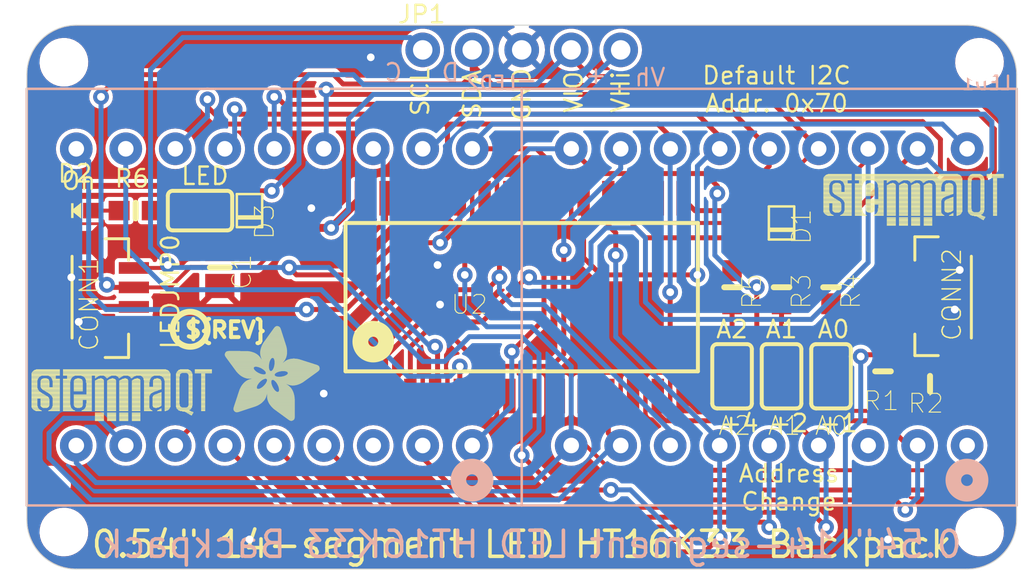
<source format=kicad_pcb>
(kicad_pcb (version 20221018) (generator pcbnew)
  (layers (0 "F.Cu" signal) (1 "In1.Cu" signal) (2 "In2.Cu" signal) (3 "In3.Cu" signal) (4 "In4.Cu" signal) (5 "In5.Cu" signal) (6 "In6.Cu" signal) (7 "In7.Cu" signal) (8 "In8.Cu" signal) (9 "In9.Cu" signal) (10 "In10.Cu" signal) (11 "In11.Cu" signal) (12 "In12.Cu" signal) (13 "In13.Cu" signal) (14 "In14.Cu" signal) (31 "B.Cu" signal) (34 "B.Paste" user) (35 "F.Paste" user) (36 "B.SilkS" user "B.Silkscreen") (37 "F.SilkS" user "F.Silkscreen") (38 "B.Mask" user) (39 "F.Mask" user) (44 "Edge.Cuts" user))
  (net 0 "")
  (net 1 "GND")
  (net 2 "N$19")
  (net 3 "N$20")
  (net 4 "A1")
  (net 5 "COM0")
  (net 6 "N$10")
  (net 7 "N$11")
  (net 8 "N$12")
  (net 9 "N$13")
  (net 10 "N$16")
  (net 11 "A0")
  (net 12 "A2")
  (net 13 "SDA")
  (net 14 "SCL")
  (net 15 "N$1")
  (net 16 "N$7")
  (net 17 "N$4")
  (net 18 "N$5")
  (net 19 "N$6")
  (net 20 "N$8")
  (net 21 "N$9")
  (net 22 "N$14")
  (net 23 "N$15")
  (net 24 "COM1")
  (net 25 "COM2")
  (net 26 "COM3")
  (net 27 "VDDIO")
  (net 28 "N$3")
  (net 29 "N$17")
  (net 30 "V+")
  (footprint "working:0805-NO" (layer "F.Cu") (at 133.0071 103.4796 -90)
    (fp_text reference "C1")
    (fp_text value "10uF")
  )
  (footprint "" (layer "F.Cu") (at 125.0061 117.0686)
    (fp_text reference "@HOLE0" hide)
    (fp_text value "")
  )
  (footprint "working:SOLDERJUMPER_REFLOW_NOPASTE" (layer "F.Cu") (at 159.2961 109.0676 -90)
    (fp_text reference "A2")
    (fp_text value "" hide)
  )
  (footprint "working:0603-NO" (layer "F.Cu") (at 128.6891 100.5586 180)
    (fp_text reference "R6")
    (fp_text value "47K")
  )
  (footprint "working:JST_SH4_RA" (layer "F.Cu") (at 170.0911 105.0036 90)
    (fp_text reference "CONN2")
    (fp_text value "STEMMA_I2C_QTRA" hide)
  )
  (footprint "working:1X05_ROUND_70" (layer "F.Cu") (at 148.5011 92.3036)
    (fp_text reference "JP1")
    (fp_text value "")
  )
  (footprint "working:0603-NO" (layer "F.Cu") (at 164.3761 104.4956 -90)
    (fp_text reference "R4")
    (fp_text value "47K")
  )
  (footprint "working:STEMMAQT" (layer "F.Cu") (at 163.9951 101.3206)
    (fp_text reference "U$7" hide)
    (fp_text value "" hide)
  )
  (footprint "working:JST_SH4_RA" (layer "F.Cu") (at 126.9111 105.0036 -90)
    (fp_text reference "CONN1")
    (fp_text value "STEMMA_I2C_QTRA" hide)
  )
  (footprint "working:STEMMAQT" (layer "F.Cu") (at 123.3551 111.3536)
    (fp_text reference "U$6" hide)
    (fp_text value "" hide)
  )
  (footprint "working:0603-NO" (layer "F.Cu") (at 161.8361 104.4956 -90)
    (fp_text reference "R3")
    (fp_text value "47K")
  )
  (footprint "working:SOLDERJUMPER_REFLOW_NOPASTE" (layer "F.Cu") (at 161.8361 109.0676 -90)
    (fp_text reference "A1")
    (fp_text value "" hide)
  )
  (footprint "working:SOLDERJUMPER_REFLOW_NOPASTE" (layer "F.Cu") (at 164.3761 109.0676 -90)
    (fp_text reference "A0")
    (fp_text value "" hide)
  )
  (footprint "working:SOD-323F" (layer "F.Cu") (at 161.8361 101.1936 -90)
    (fp_text reference "D1")
    (fp_text value "CUS530")
  )
  (footprint "working:CHIPLED_0603_NOOUTLINE" (layer "F.Cu") (at 125.6411 100.5586 90)
    (fp_text reference "D2")
    (fp_text value "GREEN")
  )
  (footprint "working:ADAFRUIT_5MM" (layer "F.Cu") (at 133.2611 111.3536)
    (fp_text reference "U$3" hide)
    (fp_text value "" hide)
  )
  (footprint "" (layer "F.Cu") (at 125.0061 92.9386)
    (fp_text reference "@HOLE2" hide)
    (fp_text value "")
  )
  (footprint "working:0603-NO" (layer "F.Cu") (at 169.4561 109.4486 180)
    (fp_text reference "R2")
    (fp_text value "10K")
  )
  (footprint "working:FIDUCIAL_1MM" (layer "F.Cu") (at 167.5511 94.2086)
    (fp_text reference "U$1" hide)
    (fp_text value "FIDUCIAL" hide)
  )
  (footprint "working:SOLDERJUMPER_CLOSEDWIRE" (layer "F.Cu") (at 131.9911 100.5586 180)
    (fp_text reference "LEDJMP0")
    (fp_text value "")
  )
  (footprint "working:SOP28_300MIL_SKINNY" (layer "F.Cu") (at 148.5011 105.0036)
    (fp_text reference "U2")
    (fp_text value "HT16K33")
  )
  (footprint "working:0603-NO" (layer "F.Cu") (at 167.0431 108.8136 90)
    (fp_text reference "R1")
    (fp_text value "10K")
  )
  (footprint "working:0603-NO" (layer "F.Cu") (at 159.2961 104.4956 -90)
    (fp_text reference "R5")
    (fp_text value "47K")
  )
  (footprint "" (layer "F.Cu") (at 171.9961 117.0686)
    (fp_text reference "@HOLE1" hide)
    (fp_text value "")
  )
  (footprint "working:SOD-323F" (layer "F.Cu") (at 134.5311 100.5586 -90)
    (fp_text reference "D3")
    (fp_text value "CUS530")
  )
  (footprint "working:PCBFEAT-REV-040" (layer "F.Cu") (at 131.4831 106.6546)
    (fp_text reference "U$8" hide)
    (fp_text value "" hide)
  )
  (footprint "" (layer "F.Cu") (at 171.9961 92.9386)
    (fp_text reference "@HOLE3" hide)
    (fp_text value "")
  )
  (footprint "working:FIDUCIAL_1MM" (layer "F.Cu") (at 124.3711 114.6556)
    (fp_text reference "U$2" hide)
    (fp_text value "FIDUCIAL" hide)
  )
  (footprint "working:SEGMENT_STARTBUST_DUAL_KWA-541CBB" (layer "B.Cu") (at 161.2011 105.0036 180)
    (fp_text reference "LED1")
    (fp_text value "")
  )
  (footprint "working:SEGMENT_STARTBUST_DUAL_KWA-541CBB" (layer "B.Cu") (at 135.8011 105.0036 180)
    (fp_text reference "LED2")
    (fp_text value "")
  )
  (gr_line (start 173.9011 116.4336) (end 173.9011 93.5736) (stroke (width 0.05)) (layer "Edge.Cuts"))
  (gr_arc (start 171.3611 91.0336) (mid 173.157151 91.777549) (end 173.9011 93.5736) (stroke (width 0.05)) (layer "Edge.Cuts"))
  (gr_arc (start 173.9011 116.4336) (mid 173.157151 118.229651) (end 171.3611 118.9736) (stroke (width 0.05)) (layer "Edge.Cuts"))
  (gr_arc (start 125.6411 118.9736) (mid 123.845049 118.229651) (end 123.1011 116.4336) (stroke (width 0.05)) (layer "Edge.Cuts"))
  (gr_line (start 123.1011 93.5736) (end 123.1011 116.4336) (stroke (width 0.05)) (layer "Edge.Cuts"))
  (gr_line (start 171.3611 91.0336) (end 125.6411 91.0336) (stroke (width 0.05)) (layer "Edge.Cuts"))
  (gr_arc (start 123.1011 93.5736) (mid 123.845049 91.777549) (end 125.6411 91.0336) (stroke (width 0.05)) (layer "Edge.Cuts"))
  (gr_line (start 125.6411 118.9736) (end 171.3611 118.9736) (stroke (width 0.05)) (layer "Edge.Cuts"))
  (gr_text "D" (at 144.3101 92.9386) (layer "B.SilkS") (effects (font (size 0.89408 0.89408) (thickness 0.12192)) (justify right top mirror)))
  (gr_text "-" (at 148.1201 93.3196) (layer "B.SilkS") (effects (font (size 0.89408 0.89408) (thickness 0.12192)) (justify right top mirror)))
  (gr_text "C" (at 141.3891 92.9386) (layer "B.SilkS") (effects (font (size 0.89408 0.89408) (thickness 0.12192)) (justify right top mirror)))
  (gr_text "+" (at 151.6761 93.0656) (layer "B.SilkS") (effects (font (size 0.89408 0.89408) (thickness 0.12192)) (justify right top mirror)))
  (gr_text "0.54\" 14-segment LED HT16K33 Backpack " (at 148.5011 117.7036) (layer "B.SilkS") (effects (font (size 1.34112 1.34112) (thickness 0.18288)) (justify mirror)))
  (gr_text "Vh" (at 154.2161 93.1926) (layer "B.SilkS") (effects (font (size 0.89408 0.89408) (thickness 0.12192)) (justify right top mirror)))
  (gr_text "Default I2C\nAddr. 0x70" (at 161.5821 94.3356) (layer "F.SilkS") (effects (font (size 0.89408 0.89408) (thickness 0.12192))))
  (gr_text "VIO" (at 151.1681 94.4626 90) (layer "F.SilkS") (effects (font (size 0.89408 0.89408) (thickness 0.12192))))
  (gr_text "+4" (at 159.6771 111.4806) (layer "F.SilkS") (effects (font (size 0.89408 0.89408) (thickness 0.12192))))
  (gr_text "On" (at 125.7681 99.0346) (layer "F.SilkS") (effects (font (size 0.89408 0.89408) (thickness 0.12192))))
  (gr_text "+1" (at 164.7571 111.4806) (layer "F.SilkS") (effects (font (size 0.89408 0.89408) (thickness 0.12192))))
  (gr_text "+2" (at 162.2171 111.4806) (layer "F.SilkS") (effects (font (size 0.89408 0.89408) (thickness 0.12192))))
  (gr_text "SDA" (at 145.9611 94.5896 90) (layer "F.SilkS") (effects (font (size 0.89408 0.89408) (thickness 0.12192))))
  (gr_text "0.54\" 14-segment LED HT16K33 Backpack" (at 148.5011 117.7036) (layer "F.SilkS") (effects (font (size 1.34112 1.34112) (thickness 0.18288))))
  (gr_text "LED" (at 132.2451 98.7806) (layer "F.SilkS") (effects (font (size 0.89408 0.89408) (thickness 0.12192))))
  (gr_text "A2" (at 159.2961 106.6546) (layer "F.SilkS") (effects (font (size 0.89408 0.89408) (thickness 0.12192))))
  (gr_text "VHi" (at 153.5811 94.4626 90) (layer "F.SilkS") (effects (font (size 0.89408 0.89408) (thickness 0.12192))))
  (gr_text "SCL" (at 143.2941 94.4626 90) (layer "F.SilkS") (effects (font (size 0.89408 0.89408) (thickness 0.12192))))
  (gr_text "A0" (at 164.5031 106.6546) (layer "F.SilkS") (effects (font (size 0.89408 0.89408) (thickness 0.12192))))
  (gr_text "GND" (at 148.5011 94.5896 90) (layer "F.SilkS") (effects (font (size 0.89408 0.89408) (thickness 0.12192))))
  (gr_text "A1" (at 161.8361 106.6546) (layer "F.SilkS") (effects (font (size 0.89408 0.89408) (thickness 0.12192))))
  (gr_text "Address\nChange" (at 162.2171 114.7826) (layer "F.SilkS") (effects (font (size 0.89408 0.89408) (thickness 0.12192))))
  (segment (start 140.2461 109.9566) (end 138.3411 109.9566) (width 0.254) (layer "F.Cu") (net 1))
  (segment (start 140.2461 110.0836) (end 140.2461 109.9566) (width 0.254) (layer "F.Cu") (net 1))
  (via (at 125.3871 103.9876) (size 0.8064) (drill 0.4) (layers "F.Cu" "B.Cu") (net 1))
  (via (at 170.7261 105.6386) (size 0.8064) (drill 0.4) (layers "F.Cu" "B.Cu") (net 1))
  (via (at 138.3411 109.9566) (size 0.8001) (drill 0.3937) (layers "F.Cu" "B.Cu") (net 1))
  (via (at 140.7541 92.6846) (size 0.8001) (drill 0.3937) (layers "F.Cu" "B.Cu") (net 1))
  (via (at 170.9801 103.6066) (size 0.8064) (drill 0.4) (layers "F.Cu" "B.Cu") (net 1))
  (via (at 144.1831 103.3526) (size 0.8064) (drill 0.4) (layers "F.Cu" "B.Cu") (net 1))
  (via (at 144.3101 105.3846) (size 0.8064) (drill 0.4) (layers "F.Cu" "B.Cu") (net 1))
  (via (at 137.7061 100.4316) (size 0.8001) (drill 0.3937) (layers "F.Cu" "B.Cu") (net 1))
  (via (at 134.5311 117.4496) (size 0.8064) (drill 0.4) (layers "F.Cu" "B.Cu") (net 1))
  (via (at 125.7681 106.2736) (size 0.8064) (drill 0.4) (layers "F.Cu" "B.Cu") (net 1))
  (via (at 167.2971 117.4496) (size 0.8064) (drill 0.4) (layers "F.Cu" "B.Cu") (net 1))
  (segment (start 161.8361 108.3056) (end 161.8361 105.3456) (width 0.254) (layer "F.Cu") (net 2))
  (segment (start 164.3761 108.3056) (end 164.3761 105.3456) (width 0.254) (layer "F.Cu") (net 3))
  (segment (start 145.3261 101.3206) (end 145.3261 99.9236) (width 0.254) (layer "F.Cu") (net 4))
  (segment (start 160.5661 109.4486) (end 160.9471 109.8296) (width 0.254) (layer "F.Cu") (net 4))
  (segment (start 160.5661 104.4956) (end 160.5661 109.4486) (width 0.254) (layer "F.Cu") (net 4))
  (segment (start 145.3261 101.3206) (end 144.4371 102.2096) (width 0.254) (layer "F.Cu") (net 4))
  (segment (start 151.0411 97.3836) (end 152.3111 98.6536) (width 0.254) (layer "F.Cu") (net 4))
  (segment (start 144.3101 102.2096) (end 142.9131 102.2096) (width 0.254) (layer "F.Cu") (net 4))
  (segment (start 139.4841 105.6386) (end 137.4521 105.6386) (width 0.254) (layer "F.Cu") (net 4))
  (segment (start 152.3111 98.6536) (end 157.8991 98.6536) (width 0.254) (layer "F.Cu") (net 4))
  (segment (start 144.3101 102.2096) (end 144.4371 102.2096) (width 0.254) (layer "F.Cu") (net 4))
  (segment (start 142.9131 102.2096) (end 139.4841 105.6386) (width 0.254) (layer "F.Cu") (net 4))
  (segment (start 160.9471 109.8296) (end 161.8361 109.8296) (width 0.254) (layer "F.Cu") (net 4))
  (segment (start 158.539587 99.294088) (end 157.8991 98.6536) (width 0.254) (layer "F.Cu") (net 4))
  (segment (start 158.539587 99.294088) (end 158.539587 99.675088) (width 0.254) (layer "F.Cu") (net 4))
  (via (at 160.5661 104.4956) (size 0.8064) (drill 0.4) (layers "F.Cu" "B.Cu") (net 4))
  (via (at 158.539587 99.675088) (size 0.8064) (drill 0.4) (layers "F.Cu" "B.Cu") (net 4))
  (via (at 144.3101 102.2096) (size 0.8001) (drill 0.3937) (layers "F.Cu" "B.Cu") (net 4))
  (via (at 137.4521 105.6386) (size 0.8001) (drill 0.3937) (layers "F.Cu" "B.Cu") (net 4))
  (segment (start 137.4521 105.6386) (end 127.1651 105.6386) (width 0.254) (layer "B.Cu") (net 4))
  (segment (start 151.0411 97.3836) (end 148.8821 97.3836) (width 0.254) (layer "B.Cu") (net 4))
  (segment (start 160.5661 104.4956) (end 160.0581 104.4956) (width 0.254) (layer "B.Cu") (net 4))
  (segment (start 144.3101 101.9556) (end 144.3101 102.2096) (width 0.254) (layer "B.Cu") (net 4))
  (segment (start 127.1651 105.6386) (end 126.2761 104.7496) (width 0.254) (layer "B.Cu") (net 4))
  (segment (start 126.2761 98.0186) (end 126.2761 104.7496) (width 0.254) (layer "B.Cu") (net 4))
  (segment (start 158.539587 99.675088) (end 158.412587 99.802088) (width 0.254) (layer "B.Cu") (net 4))
  (segment (start 126.2761 98.0186) (end 125.6411 97.3836) (width 0.254) (layer "B.Cu") (net 4))
  (segment (start 158.412587 99.802088) (end 158.412587 102.850088) (width 0.254) (layer "B.Cu") (net 4))
  (segment (start 148.8821 97.3836) (end 144.3101 101.9556) (width 0.254) (layer "B.Cu") (net 4))
  (segment (start 160.0581 104.4956) (end 158.412587 102.850088) (width 0.254) (layer "B.Cu") (net 4))
  (segment (start 148.7551 103.9876) (end 148.8821 103.9876) (width 0.254) (layer "F.Cu") (net 5))
  (segment (start 141.5161 110.0836) (end 141.5161 108.0516) (width 0.254) (layer "F.Cu") (net 5))
  (segment (start 166.2811 97.3836) (end 166.2811 97.8916) (width 0.2032) (layer "F.Cu") (net 5))
  (segment (start 143.2941 106.2736) (end 146.4691 106.2736) (width 0.254) (layer "F.Cu") (net 5))
  (segment (start 146.4691 106.2736) (end 148.7551 103.9876) (width 0.254) (layer "F.Cu") (net 5))
  (segment (start 163.9791 100.1936) (end 161.8361 100.1936) (width 0.2032) (layer "F.Cu") (net 5))
  (segment (start 141.5161 108.0516) (end 143.2941 106.2736) (width 0.254) (layer "F.Cu") (net 5))
  (segment (start 166.2811 97.8916) (end 163.9791 100.1936) (width 0.2032) (layer "F.Cu") (net 5))
  (via (at 148.8821 103.9876) (size 0.8064) (drill 0.4) (layers "F.Cu" "B.Cu") (net 5))
  (segment (start 154.8511 105.2576) (end 154.8511 101.9556) (width 0.254) (layer "B.Cu") (net 5))
  (segment (start 148.8821 103.9876) (end 149.1361 104.2416) (width 0.254) (layer "B.Cu") (net 5))
  (segment (start 151.2951 104.2416) (end 152.0571 103.4796) (width 0.254) (layer "B.Cu") (net 5))
  (segment (start 152.0571 102.2096) (end 152.0571 103.4796) (width 0.254) (layer "B.Cu") (net 5))
  (segment (start 166.2811 97.3836) (end 166.2811 103.2256) (width 0.254) (layer "B.Cu") (net 5))
  (segment (start 163.3601 106.1466) (end 155.7401 106.1466) (width 0.254) (layer "B.Cu") (net 5))
  (segment (start 149.1361 104.2416) (end 151.2951 104.2416) (width 0.254) (layer "B.Cu") (net 5))
  (segment (start 154.3431 101.4476) (end 152.8191 101.4476) (width 0.254) (layer "B.Cu") (net 5))
  (segment (start 155.7401 106.1466) (end 154.8511 105.2576) (width 0.254) (layer "B.Cu") (net 5))
  (segment (start 152.8191 101.4476) (end 152.0571 102.2096) (width 0.254) (layer "B.Cu") (net 5))
  (segment (start 166.2811 103.2256) (end 163.3601 106.1466) (width 0.254) (layer "B.Cu") (net 5))
  (segment (start 154.8511 101.9556) (end 154.3431 101.4476) (width 0.254) (layer "B.Cu") (net 5))
  (segment (start 142.5321 104.6226) (end 146.7231 104.6226) (width 0.254) (layer "F.Cu") (net 6))
  (segment (start 134.9121 108.3056) (end 130.7211 112.4966) (width 0.254) (layer "F.Cu") (net 6))
  (segment (start 142.5321 104.6226) (end 138.8491 108.3056) (width 0.254) (layer "F.Cu") (net 6))
  (segment (start 147.3581 102.3366) (end 147.3581 103.9876) (width 0.254) (layer "F.Cu") (net 6))
  (segment (start 130.7211 112.4966) (end 130.7211 112.6236) (width 0.254) (layer "F.Cu") (net 6))
  (segment (start 147.3581 103.9876) (end 146.7231 104.6226) (width 0.254) (layer "F.Cu") (net 6))
  (segment (start 138.8491 108.3056) (end 134.9121 108.3056) (width 0.254) (layer "F.Cu") (net 6))
  (segment (start 147.8661 99.9236) (end 147.8661 101.8286) (width 0.254) (layer "F.Cu") (net 6))
  (segment (start 147.8661 101.8286) (end 147.3581 102.3366) (width 0.254) (layer "F.Cu") (net 6))
  (via (at 147.3581 103.9876) (size 0.8001) (drill 0.3937) (layers "F.Cu" "B.Cu") (net 6))
  (segment (start 156.1211 111.8616) (end 149.6441 105.3846) (width 0.254) (layer "B.Cu") (net 6))
  (segment (start 147.3581 104.7496) (end 147.3581 103.9876) (width 0.254) (layer "B.Cu") (net 6))
  (segment (start 149.6441 105.3846) (end 147.9931 105.3846) (width 0.254) (layer "B.Cu") (net 6))
  (segment (start 156.1211 112.6236) (end 156.1211 111.8616) (width 0.254) (layer "B.Cu") (net 6))
  (segment (start 147.9931 105.3846) (end 147.3581 104.7496) (width 0.254) (layer "B.Cu") (net 6))
  (segment (start 148.2471 115.7986) (end 145.9611 113.5126) (width 0.254) (layer "F.Cu") (net 7))
  (segment (start 155.9941 115.7986) (end 156.8831 114.9096) (width 0.254) (layer "F.Cu") (net 7))
  (segment (start 149.6441 106.1466) (end 147.9931 107.7976) (width 0.254) (layer "F.Cu") (net 7))
  (segment (start 149.6441 103.2256) (end 149.1361 102.7176) (width 0.254) (layer "F.Cu") (net 7))
  (segment (start 149.6441 103.2256) (end 149.6441 106.1466) (width 0.254) (layer "F.Cu") (net 7))
  (segment (start 170.2181 114.9096) (end 156.8831 114.9096) (width 0.254) (layer "F.Cu") (net 7))
  (segment (start 148.2471 115.7986) (end 155.9941 115.7986) (width 0.254) (layer "F.Cu") (net 7))
  (segment (start 171.3611 113.7666) (end 171.3611 112.6236) (width 0.254) (layer "F.Cu") (net 7))
  (segment (start 149.1361 99.9236) (end 149.1361 102.7176) (width 0.254) (layer "F.Cu") (net 7))
  (segment (start 145.9611 112.6236) (end 145.9611 113.5126) (width 0.254) (layer "F.Cu") (net 7))
  (segment (start 171.3611 113.7666) (end 170.2181 114.9096) (width 0.254) (layer "F.Cu") (net 7))
  (via (at 147.9931 107.7976) (size 0.8001) (drill 0.3937) (layers "F.Cu" "B.Cu") (net 7))
  (segment (start 147.9931 107.7976) (end 147.9931 110.5916) (width 0.254) (layer "B.Cu") (net 7))
  (segment (start 147.9931 110.5916) (end 145.9611 112.6236) (width 0.254) (layer "B.Cu") (net 7))
  (segment (start 149.2631 97.3836) (end 150.4061 98.5266) (width 0.254) (layer "F.Cu") (net 8))
  (segment (start 145.9611 97.3836) (end 149.2631 97.3836) (width 0.254) (layer "F.Cu") (net 8))
  (segment (start 150.4061 98.5266) (end 150.4061 99.9236) (width 0.254) (layer "F.Cu") (net 8))
  (segment (start 171.3611 97.3836) (end 170.0911 96.1136) (width 0.254) (layer "B.Cu") (net 8))
  (segment (start 146.9771 96.1136) (end 145.9611 97.1296) (width 0.254) (layer "B.Cu") (net 8))
  (segment (start 145.9611 97.1296) (end 145.9611 97.3836) (width 0.254) (layer "B.Cu") (net 8))
  (segment (start 170.0911 96.1136) (end 146.9771 96.1136) (width 0.254) (layer "B.Cu") (net 8))
  (segment (start 151.6761 102.9716) (end 151.6761 99.9236) (width 0.254) (layer "F.Cu") (net 9))
  (segment (start 152.5651 103.8606) (end 151.6761 102.9716) (width 0.254) (layer "F.Cu") (net 9))
  (segment (start 133.7691 95.3516) (end 134.0231 95.6056) (width 0.254) (layer "F.Cu") (net 9))
  (segment (start 134.0231 95.6056) (end 157.5181 95.6056) (width 0.254) (layer "F.Cu") (net 9))
  (segment (start 158.6611 96.7486) (end 158.6611 97.3836) (width 0.254) (layer "F.Cu") (net 9))
  (segment (start 157.5181 103.8606) (end 152.5651 103.8606) (width 0.254) (layer "F.Cu") (net 9))
  (segment (start 157.5181 95.6056) (end 158.6611 96.7486) (width 0.254) (layer "F.Cu") (net 9))
  (via (at 133.7691 95.3516) (size 0.8001) (drill 0.3937) (layers "F.Cu" "B.Cu") (net 9))
  (via (at 157.5181 103.8606) (size 0.8001) (drill 0.3937) (layers "F.Cu" "B.Cu") (net 9))
  (segment (start 133.2611 97.3836) (end 133.7691 96.8756) (width 0.254) (layer "B.Cu") (net 9))
  (segment (start 158.6611 97.3836) (end 158.4071 97.3836) (width 0.254) (layer "B.Cu") (net 9))
  (segment (start 157.5181 98.2726) (end 157.5181 103.8606) (width 0.254) (layer "B.Cu") (net 9))
  (segment (start 133.7691 95.3516) (end 133.7691 96.8756) (width 0.254) (layer "B.Cu") (net 9))
  (segment (start 158.4071 97.3836) (end 157.5181 98.2726) (width 0.254) (layer "B.Cu") (net 9))
  (segment (start 133.2611 112.6236) (end 138.7221 118.0846) (width 0.254) (layer "F.Cu") (net 10))
  (segment (start 152.9461 101.3206) (end 152.9461 99.9236) (width 0.254) (layer "F.Cu") (net 10))
  (segment (start 153.3271 101.7016) (end 153.3271 102.8446) (width 0.254) (layer "F.Cu") (net 10))
  (segment (start 158.6611 117.3226) (end 157.8991 118.0846) (width 0.254) (layer "F.Cu") (net 10))
  (segment (start 153.3271 101.7016) (end 152.9461 101.3206) (width 0.254) (layer "F.Cu") (net 10))
  (segment (start 157.8991 118.0846) (end 138.7221 118.0846) (width 0.254) (layer "F.Cu") (net 10))
  (via (at 153.3271 102.8446) (size 0.8001) (drill 0.3937) (layers "F.Cu" "B.Cu") (net 10))
  (via (at 158.6611 117.3226) (size 0.8001) (drill 0.3937) (layers "F.Cu" "B.Cu") (net 10))
  (segment (start 158.6611 117.3226) (end 158.6611 112.6236) (width 0.254) (layer "B.Cu") (net 10))
  (segment (start 158.6611 112.3696) (end 153.3271 107.0356) (width 0.254) (layer "B.Cu") (net 10))
  (segment (start 153.3271 102.8446) (end 153.3271 107.0356) (width 0.254) (layer "B.Cu") (net 10))
  (segment (start 158.6611 112.6236) (end 158.6611 112.3696) (width 0.254) (layer "B.Cu") (net 10))
  (segment (start 164.3761 109.8296) (end 165.3921 110.8456) (width 0.2032) (layer "F.Cu") (net 11))
  (segment (start 169.7101 113.8936) (end 170.0911 113.5126) (width 0.2032) (layer "F.Cu") (net 11))
  (segment (start 167.995437 111.2266) (end 169.2021 111.2266) (width 0.2032) (layer "F.Cu") (net 11))
  (segment (start 151.0411 112.6236) (end 151.8031 112.6236) (width 0.2032) (layer "F.Cu") (net 11))
  (segment (start 170.0911 112.1156) (end 169.2021 111.2266) (width 0.2032) (layer "F.Cu") (net 11))
  (segment (start 146.5961 99.9236) (end 146.5961 101.3206) (width 0.254) (layer "F.Cu") (net 11))
  (segment (start 161.4551 114.4016) (end 161.9631 113.8936) (width 0.2032) (layer "F.Cu") (net 11))
  (segment (start 161.9631 113.8936) (end 169.7101 113.8936) (width 0.2032) (layer "F.Cu") (net 11))
  (segment (start 146.5961 101.3206) (end 145.5801 102.3366) (width 0.254) (layer "F.Cu") (net 11))
  (segment (start 170.0911 113.5126) (end 170.0911 112.1156) (width 0.2032) (layer "F.Cu") (net 11))
  (segment (start 145.5801 103.8606) (end 145.5801 102.3366) (width 0.254) (layer "F.Cu") (net 11))
  (segment (start 165.3921 110.8456) (end 167.614437 110.8456) (width 0.2032) (layer "F.Cu") (net 11))
  (segment (start 153.5811 114.4016) (end 151.8031 112.6236) (width 0.2032) (layer "F.Cu") (net 11))
  (segment (start 167.614437 110.8456) (end 167.995437 111.2266) (width 0.2032) (layer "F.Cu") (net 11))
  (segment (start 153.5811 114.4016) (end 161.4551 114.4016) (width 0.2032) (layer "F.Cu") (net 11))
  (via (at 145.5801 103.8606) (size 0.8001) (drill 0.3937) (layers "F.Cu" "B.Cu") (net 11))
  (segment (start 151.0411 112.6236) (end 149.1361 114.5286) (width 0.254) (layer "B.Cu") (net 11))
  (segment (start 125.6411 113.5126) (end 125.6411 112.6236) (width 0.254) (layer "B.Cu") (net 11))
  (segment (start 151.0411 112.6236) (end 151.0411 108.5596) (width 0.254) (layer "B.Cu") (net 11))
  (segment (start 149.1361 114.5286) (end 126.6571 114.5286) (width 0.254) (layer "B.Cu") (net 11))
  (segment (start 146.7231 106.5276) (end 145.5801 105.3846) (width 0.254) (layer "B.Cu") (net 11))
  (segment (start 145.5801 105.3846) (end 145.5801 103.8606) (width 0.254) (layer "B.Cu") (net 11))
  (segment (start 126.6571 114.5286) (end 125.6411 113.5126) (width 0.254) (layer "B.Cu") (net 11))
  (segment (start 149.0091 106.5276) (end 146.7231 106.5276) (width 0.254) (layer "B.Cu") (net 11))
  (segment (start 151.0411 108.5596) (end 149.0091 106.5276) (width 0.254) (layer "B.Cu") (net 11))
  (segment (start 158.968825 109.8296) (end 156.1211 106.981875) (width 0.254) (layer "F.Cu") (net 12))
  (segment (start 159.2961 109.8296) (end 158.968825 109.8296) (width 0.254) (layer "F.Cu") (net 12))
  (segment (start 133.2611 96.1136) (end 132.3721 95.2246) (width 0.254) (layer "F.Cu") (net 12))
  (segment (start 144.6911 96.1136) (end 155.4861 96.1136) (width 0.254) (layer "F.Cu") (net 12))
  (segment (start 133.2611 96.1136) (end 144.6911 96.1136) (width 0.254) (layer "F.Cu") (net 12))
  (segment (start 144.0561 99.9236) (end 144.0561 98.6536) (width 0.254) (layer "F.Cu") (net 12))
  (segment (start 132.3721 94.8436) (end 132.3721 95.2246) (width 0.254) (layer "F.Cu") (net 12))
  (segment (start 155.4861 96.1136) (end 156.1211 96.7486) (width 0.254) (layer "F.Cu") (net 12))
  (segment (start 144.0561 98.6536) (end 144.6911 98.0186) (width 0.254) (layer "F.Cu") (net 12))
  (segment (start 144.6911 98.0186) (end 144.6911 96.1136) (width 0.254) (layer "F.Cu") (net 12))
  (segment (start 156.1211 106.981875) (end 156.1211 104.7496) (width 0.254) (layer "F.Cu") (net 12))
  (segment (start 156.1211 96.7486) (end 156.1211 97.3836) (width 0.254) (layer "F.Cu") (net 12))
  (via (at 132.3721 94.8436) (size 0.8001) (drill 0.3937) (layers "F.Cu" "B.Cu") (net 12))
  (via (at 156.1211 104.7496) (size 0.8064) (drill 0.4) (layers "F.Cu" "B.Cu") (net 12))
  (segment (start 130.7211 97.3836) (end 132.3721 95.7326) (width 0.254) (layer "B.Cu") (net 12))
  (segment (start 156.1211 104.7496) (end 156.1211 97.3836) (width 0.254) (layer "B.Cu") (net 12))
  (segment (start 132.3721 94.8436) (end 132.3721 95.7326) (width 0.254) (layer "B.Cu") (net 12))
  (segment (start 139.3317 94.0562) (end 138.8491 93.5736) (width 0.254) (layer "F.Cu") (net 13))
  (segment (start 139.93495 102.64775) (end 141.5161 101.0666) (width 0.254) (layer "F.Cu") (net 13))
  (segment (start 169.0671 105.5036) (end 168.4051 105.5036) (width 0.254) (layer "F.Cu") (net 13))
  (segment (start 145.9611 93.5736) (end 145.4785 94.0562) (width 0.254) (layer "F.Cu") (net 13))
  (segment (start 126.9111 94.5896) (end 127.9271 93.5736) (width 0.254) (layer "F.Cu") (net 13))
  (segment (start 168.6061 108.1396) (end 169.7101 107.0356) (width 0.254) (layer "F.Cu") (net 13))
  (segment (start 145.9611 92.3036) (end 145.9611 93.5736) (width 0.254) (layer "F.Cu") (net 13))
  (segment (start 166.7891 101.7016) (end 166.7891 105.1306) (width 0.254) (layer "F.Cu") (net 13))
  (segment (start 169.076468 95.9866) (end 169.9895 96.899632) (width 0.254) (layer "F.Cu") (net 13))
  (segment (start 147.0279 94.1324) (end 145.8341 92.9386) (width 0.254) (layer "F.Cu") (net 13))
  (segment (start 127.3477 104.5036) (end 127.2127 104.3686) (width 0.254) (layer "F.Cu") (net 13))
  (segment (start 168.6061 109.4486) (end 168.6061 108.1396) (width 0.254) (layer "F.Cu") (net 13))
  (segment (start 131.5083 103.4544) (end 134.9373 103.4544) (width 0.2032) (layer "F.Cu") (net 13))
  (segment (start 161.136481 94.1324) (end 162.990681 95.9866) (width 0.254) (layer "F.Cu") (net 13))
  (segment (start 128.5971 104.5036) (end 127.3477 104.5036) (width 0.254) (layer "F.Cu") (net 13))
  (segment (start 126.9111 94.7166) (end 126.9111 94.5896) (width 0.254) (layer "F.Cu") (net 13))
  (segment (start 128.5971 104.5036) (end 130.4591 104.5036) (width 0.2032) (layer "F.Cu") (net 13))
  (segment (start 169.9895 98.5012) (end 166.7891 101.7016) (width 0.254) (layer "F.Cu") (net 13))
  (segment (start 169.9895 96.899632) (end 169.9895 98.5012) (width 0.254) (layer "F.Cu") (net 13))
  (segment (start 162.990681 95.9866) (end 169.076468 95.9866) (width 0.254) (layer "F.Cu") (net 13))
  (segment (start 169.7101 106.1466) (end 169.0671 105.5036) (width 0.254) (layer "F.Cu") (net 13))
  (segment (start 135.74395 102.64775) (end 139.93495 102.64775) (width 0.254) (layer "F.Cu") (net 13))
  (segment (start 145.8341 92.9386) (end 145.8341 92.4306) (width 0.254) (layer "F.Cu") (net 13))
  (segment (start 134.9373 103.4544) (end 135.74395 102.64775) (width 0.2032) (layer "F.Cu") (net 13))
  (segment (start 166.7891 105.1306) (end 167.1621 105.5036) (width 0.254) (layer "F.Cu") (net 13))
  (segment (start 141.5161 101.0666) (end 141.5161 99.9236) (width 0.254) (layer "F.Cu") (net 13))
  (segment (start 167.1621 105.5036) (end 168.4051 105.5036) (width 0.254) (layer "F.Cu") (net 13))
  (segment (start 161.136481 94.1324) (end 147.0279 94.1324) (width 0.254) (layer "F.Cu") (net 13))
  (segment (start 130.4591 104.5036) (end 131.5083 103.4544) (width 0.2032) (layer "F.Cu") (net 13))
  (segment (start 169.7101 107.0356) (end 169.7101 106.1466) (width 0.254) (layer "F.Cu") (net 13))
  (segment (start 145.4785 94.0562) (end 139.3317 94.0562) (width 0.254) (layer "F.Cu") (net 13))
  (segment (start 138.8491 93.5736) (end 127.9271 93.5736) (width 0.254) (layer "F.Cu") (net 13))
  (segment (start 145.9611 92.3036) (end 145.8341 92.4306) (width 0.254) (layer "F.Cu") (net 13))
  (via (at 127.2127 104.3686) (size 0.8064) (drill 0.4) (layers "F.Cu" "B.Cu") (net 13))
  (via (at 126.9111 94.7166) (size 0.8064) (drill 0.4) (layers "F.Cu" "B.Cu") (net 13))
  (segment (start 126.9111 104.067) (end 126.9111 94.7166) (width 0.254) (layer "B.Cu") (net 13))
  (segment (start 127.2127 104.3686) (end 126.9111 104.067) (width 0.254) (layer "B.Cu") (net 13))
  (segment (start 153.0731 114.9096) (end 153.080465 114.902234) (width 0.254) (layer "F.Cu") (net 14))
  (segment (start 130.1891 103.5036) (end 130.3401 103.3526) (width 0.2032) (layer "F.Cu") (net 14))
  (segment (start 148.5011 113.1316) (end 150.2791 114.9096) (width 0.254) (layer "F.Cu") (net 14))
  (segment (start 128.5971 103.5036) (end 130.1891 103.5036) (width 0.2032) (layer "F.Cu") (net 14))
  (segment (start 140.3731 103.8606) (end 142.7861 101.4476) (width 0.254) (layer "F.Cu") (net 14))
  (segment (start 136.9441 103.8606) (end 140.3731 103.8606) (width 0.254) (layer "F.Cu") (net 14))
  (segment (start 136.5631 103.4796) (end 136.9441 103.8606) (width 0.254) (layer "F.Cu") (net 14))
  (segment (start 168.4051 106.6016) (end 168.4051 106.5036) (width 0.254) (layer "F.Cu") (net 14))
  (segment (start 142.7861 101.4476) (end 142.7861 99.9236) (width 0.254) (layer "F.Cu") (net 14))
  (segment (start 167.0431 107.9636) (end 168.4051 106.6016) (width 0.254) (layer "F.Cu") (net 14))
  (segment (start 150.2791 114.9096) (end 153.0731 114.9096) (width 0.254) (layer "F.Cu") (net 14))
  (segment (start 165.9881 107.9636) (end 165.9001 108.0516) (width 0.254) (layer "F.Cu") (net 14))
  (segment (start 167.0431 107.9636) (end 165.9881 107.9636) (width 0.254) (layer "F.Cu") (net 14))
  (via (at 148.5011 113.1316) (size 0.8064) (drill 0.4) (layers "F.Cu" "B.Cu") (net 14))
  (via (at 153.080465 114.902234) (size 0.8064) (drill 0.4) (layers "F.Cu" "B.Cu") (net 14))
  (via (at 130.3401 103.3526) (size 0.8064) (drill 0.4) (layers "F.Cu" "B.Cu") (net 14))
  (via (at 136.5631 103.4796) (size 0.8001) (drill 0.3937) (layers "F.Cu" "B.Cu") (net 14))
  (via (at 165.9001 108.0516) (size 0.8064) (drill 0.4) (layers "F.Cu" "B.Cu") (net 14))
  (segment (start 138.606682 103.4796) (end 143.432682 108.3056) (width 0.254) (layer "B.Cu") (net 14))
  (segment (start 148.5011 112.7506) (end 148.5011 113.1316) (width 0.254) (layer "B.Cu") (net 14))
  (segment (start 131.1021 91.6686) (end 129.4511 93.3196) (width 0.254) (layer "B.Cu") (net 14))
  (segment (start 132.1181 103.4796) (end 136.5631 103.4796) (width 0.254) (layer "B.Cu") (net 14))
  (segment (start 142.7861 91.6686) (end 131.1021 91.6686) (width 0.254) (layer "B.Cu") (net 14))
  (segment (start 129.4511 93.3196) (end 129.4511 100.8126) (width 0.254) (layer "B.Cu") (net 14))
  (segment (start 130.4671 103.4796) (end 130.4036 103.4161) (width 0.254) (layer "B.Cu") (net 14))
  (segment (start 165.1127 117.094) (end 164.1221 118.0846) (width 0.254) (layer "B.Cu") (net 14))
  (segment (start 132.1181 103.4796) (end 130.4671 103.4796) (width 0.254) (layer "B.Cu") (net 14))
  (segment (start 148.5011 107.0356) (end 149.3901 107.9246) (width 0.254) (layer "B.Cu") (net 14))
  (segment (start 157.2641 118.0846) (end 154.081734 114.902234) (width 0.254) (layer "B.Cu") (net 14))
  (segment (start 165.9001 111.352231) (end 165.1127 112.139631) (width 0.254) (layer "B.Cu") (net 14))
  (segment (start 136.5631 103.4796) (end 138.606682 103.4796) (width 0.254) (layer "B.Cu") (net 14))
  (segment (start 165.1127 112.139631) (end 165.1127 117.094) (width 0.254) (layer "B.Cu") (net 14))
  (segment (start 129.4511 100.8126) (end 129.4511 102.4636) (width 0.254) (layer "B.Cu") (net 14))
  (segment (start 143.4211 92.3036) (end 142.7861 91.6686) (width 0.254) (layer "B.Cu") (net 14))
  (segment (start 130.4036 103.4161) (end 130.3401 103.3526) (width 0.254) (layer "B.Cu") (net 14))
  (segment (start 149.3901 107.9246) (end 149.3901 111.8616) (width 0.254) (layer "B.Cu") (net 14))
  (segment (start 165.9001 108.0516) (end 165.9001 111.352231) (width 0.254) (layer "B.Cu") (net 14))
  (segment (start 164.1221 118.0846) (end 157.2641 118.0846) (width 0.254) (layer "B.Cu") (net 14))
  (segment (start 149.3901 111.8616) (end 148.5011 112.7506) (width 0.254) (layer "B.Cu") (net 14))
  (segment (start 144.547369 108.3056) (end 145.817369 107.0356) (width 0.254) (layer "B.Cu") (net 14))
  (segment (start 145.817369 107.0356) (end 148.5011 107.0356) (width 0.254) (layer "B.Cu") (net 14))
  (segment (start 129.4511 102.4636) (end 130.3401 103.3526) (width 0.254) (layer "B.Cu") (net 14))
  (segment (start 143.432682 108.3056) (end 144.547369 108.3056) (width 0.254) (layer "B.Cu") (net 14))
  (segment (start 153.080465 114.902234) (end 154.081734 114.902234) (width 0.254) (layer "B.Cu") (net 14))
  (segment (start 161.8361 102.1936) (end 161.8361 103.6456) (width 0.2032) (layer "F.Cu") (net 15))
  (segment (start 159.2961 103.6456) (end 161.8361 103.6456) (width 0.254) (layer "F.Cu") (net 15))
  (segment (start 161.8361 103.6456) (end 164.3761 103.6456) (width 0.254) (layer "F.Cu") (net 15))
  (segment (start 159.2961 108.3056) (end 159.2961 105.3456) (width 0.254) (layer "F.Cu") (net 16))
  (segment (start 154.2161 99.9236) (end 154.2161 101.3206) (width 0.254) (layer "F.Cu") (net 17))
  (segment (start 161.0741 101.0666) (end 165.1381 101.0666) (width 0.254) (layer "F.Cu") (net 17))
  (segment (start 160.1851 101.9556) (end 161.0741 101.0666) (width 0.254) (layer "F.Cu") (net 17))
  (segment (start 154.8511 101.9556) (end 160.1851 101.9556) (width 0.254) (layer "F.Cu") (net 17))
  (segment (start 165.1381 101.0666) (end 168.8211 97.3836) (width 0.254) (layer "F.Cu") (net 17))
  (segment (start 154.2161 101.3206) (end 154.8511 101.9556) (width 0.254) (layer "F.Cu") (net 17))
  (segment (start 172.6311 98.3996) (end 172.6311 95.9866) (width 0.254) (layer "B.Cu") (net 17))
  (segment (start 168.8211 97.3836) (end 170.0911 98.6536) (width 0.254) (layer "B.Cu") (net 17))
  (segment (start 172.6311 95.9866) (end 172.2501 95.6056) (width 0.254) (layer "B.Cu") (net 17))
  (segment (start 170.0911 98.6536) (end 172.3771 98.6536) (width 0.254) (layer "B.Cu") (net 17))
  (segment (start 172.2501 95.6056) (end 145.5801 95.6056) (width 0.254) (layer "B.Cu") (net 17))
  (segment (start 143.8021 97.3836) (end 143.4211 97.3836) (width 0.254) (layer "B.Cu") (net 17))
  (segment (start 145.5801 95.6056) (end 143.8021 97.3836) (width 0.254) (layer "B.Cu") (net 17))
  (segment (start 172.3771 98.6536) (end 172.6311 98.3996) (width 0.254) (layer "B.Cu") (net 17))
  (segment (start 155.7401 101.1936) (end 158.9151 101.1936) (width 0.2032) (layer "F.Cu") (net 18))
  (segment (start 138.7221 94.5896) (end 138.4681 94.3356) (width 0.254) (layer "F.Cu") (net 18))
  (segment (start 163.6776 97.3201) (end 160.9471 94.5896) (width 0.254) (layer "F.Cu") (net 18))
  (segment (start 163.7411 97.3836) (end 163.6776 97.3201) (width 0.254) (layer "F.Cu") (net 18))
  (segment (start 160.9471 94.5896) (end 138.7221 94.5896) (width 0.254) (layer "F.Cu") (net 18))
  (segment (start 155.4861 100.9396) (end 155.7401 101.1936) (width 0.2032) (layer "F.Cu") (net 18))
  (segment (start 162.2171 98.7806) (end 163.6776 97.3201) (width 0.2032) (layer "F.Cu") (net 18))
  (segment (start 155.4861 99.9236) (end 155.4861 100.9396) (width 0.2032) (layer "F.Cu") (net 18))
  (segment (start 161.3281 98.7806) (end 162.2171 98.7806) (width 0.2032) (layer "F.Cu") (net 18))
  (segment (start 158.9151 101.1936) (end 161.3281 98.7806) (width 0.2032) (layer "F.Cu") (net 18))
  (via (at 138.4681 94.3356) (size 0.8001) (drill 0.3937) (layers "F.Cu" "B.Cu") (net 18))
  (segment (start 138.4681 94.3356) (end 138.4681 97.2566) (width 0.254) (layer "B.Cu") (net 18))
  (segment (start 138.4681 97.2566) (end 138.3411 97.3836) (width 0.254) (layer "B.Cu") (net 18))
  (segment (start 161.2011 98.2726) (end 161.2011 97.3836) (width 0.254) (layer "F.Cu") (net 19))
  (segment (start 135.9281 94.7166) (end 135.8011 94.7166) (width 0.254) (layer "F.Cu") (net 19))
  (segment (start 158.9151 95.0976) (end 136.3091 95.0976) (width 0.254) (layer "F.Cu") (net 19))
  (segment (start 161.2011 98.2726) (end 158.9151 100.5586) (width 0.254) (layer "F.Cu") (net 19))
  (segment (start 136.3091 95.0976) (end 135.9281 94.7166) (width 0.254) (layer "F.Cu") (net 19))
  (segment (start 161.2011 97.3836) (end 158.9151 95.0976) (width 0.254) (layer "F.Cu") (net 19))
  (segment (start 156.7561 99.9236) (end 157.3911 100.5586) (width 0.254) (layer "F.Cu") (net 19))
  (segment (start 158.9151 100.5586) (end 157.3911 100.5586) (width 0.254) (layer "F.Cu") (net 19))
  (via (at 135.8011 94.7166) (size 0.8001) (drill 0.3937) (layers "F.Cu" "B.Cu") (net 19))
  (segment (start 135.8011 94.7166) (end 135.8011 97.3836) (width 0.254) (layer "B.Cu") (net 19))
  (segment (start 167.0431 111.3536) (end 163.6141 111.3536) (width 0.254) (layer "F.Cu") (net 20))
  (segment (start 156.2481 116.3066) (end 146.4691 116.3066) (width 0.254) (layer "F.Cu") (net 20))
  (segment (start 143.4211 112.6236) (end 143.4211 113.2586) (width 0.254) (layer "F.Cu") (net 20))
  (segment (start 168.3131 112.6236) (end 167.0431 111.3536) (width 0.254) (layer "F.Cu") (net 20))
  (segment (start 146.4691 116.3066) (end 143.4211 113.2586) (width 0.254) (layer "F.Cu") (net 20))
  (segment (start 163.6141 111.3536) (end 163.1569 110.8964) (width 0.254) (layer "F.Cu") (net 20))
  (segment (start 168.1861 115.9256) (end 167.6781 115.4176) (width 0.254) (layer "F.Cu") (net 20))
  (segment (start 157.5689 110.8964) (end 163.1569 110.8964) (width 0.254) (layer "F.Cu") (net 20))
  (segment (start 156.7561 110.0836) (end 157.5689 110.8964) (width 0.254) (layer "F.Cu") (net 20))
  (segment (start 167.6781 115.4176) (end 157.1371 115.4176) (width 0.254) (layer "F.Cu") (net 20))
  (segment (start 157.1371 115.4176) (end 156.2481 116.3066) (width 0.254) (layer "F.Cu") (net 20))
  (segment (start 168.3131 112.6236) (end 168.8211 112.6236) (width 0.254) (layer "F.Cu") (net 20))
  (via (at 168.1861 115.9256) (size 0.8001) (drill 0.3937) (layers "F.Cu" "B.Cu") (net 20))
  (segment (start 168.8211 115.2906) (end 168.1861 115.9256) (width 0.254) (layer "B.Cu") (net 20))
  (segment (start 168.8211 115.2906) (end 168.8211 112.6236) (width 0.254) (layer "B.Cu") (net 20))
  (segment (start 138.3411 112.6236) (end 142.5321 116.8146) (width 0.254) (layer "F.Cu") (net 21))
  (segment (start 157.7721 116.0526) (end 157.0101 116.8146) (width 0.254) (layer "F.Cu") (net 21))
  (segment (start 164.1221 116.8146) (end 163.3601 116.0526) (width 0.254) (layer "F.Cu") (net 21))
  (segment (start 155.8671 111.3536) (end 162.4711 111.3536) (width 0.254) (layer "F.Cu") (net 21))
  (segment (start 162.4711 111.3536) (end 163.7411 112.6236) (width 0.254) (layer "F.Cu") (net 21))
  (segment (start 155.4861 110.0836) (end 155.4861 110.9726) (width 0.254) (layer "F.Cu") (net 21))
  (segment (start 163.3601 116.0526) (end 157.7721 116.0526) (width 0.254) (layer "F.Cu") (net 21))
  (segment (start 157.0101 116.8146) (end 142.5321 116.8146) (width 0.254) (layer "F.Cu") (net 21))
  (segment (start 155.4861 110.9726) (end 155.8671 111.3536) (width 0.254) (layer "F.Cu") (net 21))
  (via (at 164.1221 116.8146) (size 0.8001) (drill 0.3937) (layers "F.Cu" "B.Cu") (net 21))
  (segment (start 164.1221 113.0046) (end 164.1221 116.8146) (width 0.254) (layer "B.Cu") (net 21))
  (segment (start 164.1221 113.0046) (end 163.7411 112.6236) (width 0.254) (layer "B.Cu") (net 21))
  (segment (start 154.2161 110.0836) (end 154.2161 111.3536) (width 0.254) (layer "F.Cu") (net 22))
  (segment (start 160.9471 116.5606) (end 158.1531 116.5606) (width 0.254) (layer "F.Cu") (net 22))
  (segment (start 157.2641 117.4496) (end 140.6271 117.4496) (width 0.254) (layer "F.Cu") (net 22))
  (segment (start 155.230731 113.8936) (end 161.0741 113.8936) (width 0.254) (layer "F.Cu") (net 22))
  (segment (start 154.8257 111.9632) (end 154.8257 113.488568) (width 0.254) (layer "F.Cu") (net 22))
  (segment (start 161.2011 116.8146) (end 160.9471 116.5606) (width 0.254) (layer "F.Cu") (net 22))
  (segment (start 135.8011 112.6236) (end 140.6271 117.4496) (width 0.254) (layer "F.Cu") (net 22))
  (segment (start 154.8257 113.488568) (end 155.230731 113.8936) (width 0.254) (layer "F.Cu") (net 22))
  (segment (start 158.1531 116.5606) (end 157.2641 117.4496) (width 0.254) (layer "F.Cu") (net 22))
  (segment (start 161.2011 113.7666) (end 161.2011 112.6236) (width 0.254) (layer "F.Cu") (net 22))
  (segment (start 161.2011 113.7666) (end 161.0741 113.8936) (width 0.254) (layer "F.Cu") (net 22))
  (segment (start 154.2161 111.3536) (end 154.8257 111.9632) (width 0.254) (layer "F.Cu") (net 22))
  (via (at 161.2011 116.8146) (size 0.8001) (drill 0.3937) (layers "F.Cu" "B.Cu") (net 22))
  (segment (start 161.2011 116.8146) (end 161.2011 112.6236) (width 0.254) (layer "B.Cu") (net 22))
  (segment (start 152.9461 110.0836) (end 152.9461 111.9886) (width 0.254) (layer "F.Cu") (net 23))
  (segment (start 152.9461 111.9886) (end 153.5811 112.6236) (width 0.254) (layer "F.Cu") (net 23))
  (segment (start 126.4031 115.4176) (end 150.4061 115.4176) (width 0.254) (layer "B.Cu") (net 23))
  (segment (start 153.5811 112.6236) (end 153.2001 112.6236) (width 0.254) (layer "B.Cu") (net 23))
  (segment (start 125.0061 111.2266) (end 124.2441 111.9886) (width 0.254) (layer "B.Cu") (net 23))
  (segment (start 124.2441 113.2586) (end 126.4031 115.4176) (width 0.254) (layer "B.Cu") (net 23))
  (segment (start 153.2001 112.6236) (end 150.4061 115.4176) (width 0.254) (layer "B.Cu") (net 23))
  (segment (start 128.1811 112.6236) (end 126.7841 111.2266) (width 0.254) (layer "B.Cu") (net 23))
  (segment (start 124.2441 111.9886) (end 124.2441 113.2586) (width 0.254) (layer "B.Cu") (net 23))
  (segment (start 126.7841 111.2266) (end 125.0061 111.2266) (width 0.254) (layer "B.Cu") (net 23))
  (segment (start 144.705213 106.795712) (end 146.4691 108.5596) (width 0.254) (layer "F.Cu") (net 24))
  (segment (start 143.5481 106.795712) (end 144.705213 106.795712) (width 0.254) (layer "F.Cu") (net 24))
  (segment (start 146.4691 108.5596) (end 150.0251 108.5596) (width 0.254) (layer "F.Cu") (net 24))
  (segment (start 150.0251 108.5596) (end 150.6601 107.9246) (width 0.254) (layer "F.Cu") (net 24))
  (segment (start 142.7861 110.0836) (end 142.7861 107.557712) (width 0.254) (layer "F.Cu") (net 24))
  (segment (start 150.6601 107.9246) (end 150.6601 102.5906) (width 0.254) (layer "F.Cu") (net 24))
  (segment (start 143.5481 106.795712) (end 142.7861 107.557712) (width 0.254) (layer "F.Cu") (net 24))
  (via (at 150.6601 102.5906) (size 0.8001) (drill 0.3937) (layers "F.Cu" "B.Cu") (net 24))
  (segment (start 153.5811 98.3996) (end 153.5811 97.3836) (width 0.254) (layer "B.Cu") (net 24))
  (segment (start 150.6601 101.3206) (end 153.5811 98.3996) (width 0.254) (layer "B.Cu") (net 24))
  (segment (start 150.6601 102.5906) (end 150.6601 101.3206) (width 0.254) (layer "B.Cu") (net 24))
  (segment (start 144.1831 107.7976) (end 144.1831 109.9566) (width 0.254) (layer "F.Cu") (net 25))
  (segment (start 144.1831 107.7976) (end 144.0561 107.6706) (width 0.254) (layer "F.Cu") (net 25))
  (segment (start 144.0561 107.6706) (end 144.0561 107.5436) (width 0.254) (layer "F.Cu") (net 25))
  (segment (start 144.0561 110.0836) (end 144.1831 109.9566) (width 0.254) (layer "F.Cu") (net 25))
  (via (at 144.0561 107.5436) (size 0.8001) (drill 0.3937) (layers "F.Cu" "B.Cu") (net 25))
  (segment (start 144.0561 107.5436) (end 143.8021 107.5436) (width 0.254) (layer "B.Cu") (net 25))
  (segment (start 141.3891 105.1306) (end 141.3891 97.7646) (width 0.254) (layer "B.Cu") (net 25))
  (segment (start 141.3891 97.7646) (end 141.0081 97.3836) (width 0.254) (layer "B.Cu") (net 25))
  (segment (start 143.8021 107.5436) (end 141.3891 105.1306) (width 0.254) (layer "B.Cu") (net 25))
  (segment (start 141.0081 97.3836) (end 140.8811 97.3836) (width 0.254) (layer "B.Cu") (net 25))
  (segment (start 145.3261 108.5596) (end 145.3261 110.0836) (width 0.254) (layer "F.Cu") (net 26))
  (via (at 145.3261 108.5596) (size 0.8001) (drill 0.3937) (layers "F.Cu" "B.Cu") (net 26))
  (segment (start 128.1811 102.4636) (end 130.3401 104.6226) (width 0.254) (layer "B.Cu") (net 26))
  (segment (start 128.1811 97.3836) (end 128.1811 102.4636) (width 0.254) (layer "B.Cu") (net 26))
  (segment (start 130.3401 104.6226) (end 138.2141 104.6226) (width 0.254) (layer "B.Cu") (net 26))
  (segment (start 145.3261 108.5596) (end 144.8181 109.0676) (width 0.254) (layer "B.Cu") (net 26))
  (segment (start 144.8181 109.0676) (end 142.6591 109.0676) (width 0.254) (layer "B.Cu") (net 26))
  (segment (start 138.2141 104.6226) (end 142.6591 109.0676) (width 0.254) (layer "B.Cu") (net 26))
  (segment (start 161.5567 93.6752) (end 152.0317 93.6752) (width 0.254) (layer "F.Cu") (net 27))
  (segment (start 172.7581 103.9876) (end 172.7581 103.4796) (width 0.3048) (layer "F.Cu") (net 27))
  (segment (start 171.8691 95.4786) (end 163.3601 95.4786) (width 0.254) (layer "F.Cu") (net 27))
  (segment (start 170.3451 109.4486) (end 171.8691 109.4486) (width 0.3048) (layer "F.Cu") (net 27))
  (segment (start 172.7581 103.4796) (end 172.7581 96.3676) (width 0.254) (layer "F.Cu") (net 27))
  (segment (start 170.3061 109.4486) (end 170.3451 109.4486) (width 0.3048) (layer "F.Cu") (net 27))
  (segment (start 167.0431 109.6636) (end 167.8441 110.4646) (width 0.254) (layer "F.Cu") (net 27))
  (segment (start 124.4981 99.2886) (end 134.2611 99.2886) (width 0.3048) (layer "F.Cu") (net 27))
  (segment (start 128.5971 105.5036) (end 125.1251 105.5036) (width 0.3048) (layer "F.Cu") (net 27))
  (segment (start 169.3291 110.4646) (end 170.3451 109.4486) (width 0.254) (layer "F.Cu") (net 27))
  (segment (start 134.5311 99.5586) (end 134.5311 99.5426) (width 0.254) (layer "F.Cu") (net 27))
  (segment (start 172.2421 104.5036) (end 172.7581 103.9876) (width 0.3048) (layer "F.Cu") (net 27))
  (segment (start 123.9901 104.3686) (end 123.9901 99.7966) (width 0.3048) (layer "F.Cu") (net 27))
  (segment (start 171.8691 109.4486) (end 172.7581 108.5596) (width 0.3048) (layer "F.Cu") (net 27))
  (segment (start 163.3601 95.4786) (end 161.5567 93.6752) (width 0.254) (layer "F.Cu") (net 27))
  (segment (start 123.9901 99.7966) (end 124.4981 99.2886) (width 0.3048) (layer "F.Cu") (net 27))
  (segment (start 168.4051 104.5036) (end 172.2421 104.5036) (width 0.3048) (layer "F.Cu") (net 27))
  (segment (start 135.6741 99.5426) (end 134.5311 99.5426) (width 0.254) (layer "F.Cu") (net 27))
  (segment (start 167.8441 110.4646) (end 169.3291 110.4646) (width 0.254) (layer "F.Cu") (net 27))
  (segment (start 152.0317 93.6752) (end 151.0411 92.6846) (width 0.254) (layer "F.Cu") (net 27))
  (segment (start 151.0411 92.6846) (end 151.0411 92.3036) (width 0.254) (layer "F.Cu") (net 27))
  (segment (start 134.2611 99.2886) (end 134.5311 99.5586) (width 0.3048) (layer "F.Cu") (net 27))
  (segment (start 125.1251 105.5036) (end 123.9901 104.3686) (width 0.3048) (layer "F.Cu") (net 27))
  (segment (start 172.7581 96.3676) (end 171.8691 95.4786) (width 0.254) (layer "F.Cu") (net 27))
  (segment (start 172.7581 108.5596) (end 172.7581 103.9876) (width 0.3048) (layer "F.Cu") (net 27))
  (via (at 135.6741 99.5426) (size 0.8064) (drill 0.4) (layers "F.Cu" "B.Cu") (net 27))
  (segment (start 137.0711 98.1456) (end 137.0711 94.0816) (width 0.254) (layer "B.Cu") (net 27))
  (segment (start 149.2631 94.0816) (end 151.0411 92.3036) (width 0.254) (layer "B.Cu") (net 27))
  (segment (start 139.8651 93.5736) (end 140.3731 94.0816) (width 0.254) (layer "B.Cu") (net 27))
  (segment (start 137.5791 93.5736) (end 139.8651 93.5736) (width 0.254) (layer "B.Cu") (net 27))
  (segment (start 140.3731 94.0816) (end 149.2631 94.0816) (width 0.254) (layer "B.Cu") (net 27))
  (segment (start 135.6741 99.5426) (end 137.0711 98.1456) (width 0.254) (layer "B.Cu") (net 27))
  (segment (start 137.0711 94.0816) (end 137.5791 93.5736) (width 0.254) (layer "B.Cu") (net 27))
  (segment (start 126.3911 100.5586) (end 127.8391 100.5586) (width 0.2032) (layer "F.Cu") (net 28))
  (segment (start 129.5391 100.5586) (end 131.2291 100.5586) (width 0.254) (layer "F.Cu") (net 29))
  (segment (start 132.7531 101.3206) (end 132.7531 102.2756) (width 0.4064) (layer "F.Cu") (net 30))
  (segment (start 132.7531 101.3206) (end 132.9911 101.5586) (width 0.4064) (layer "F.Cu") (net 30))
  (segment (start 134.5311 101.5586) (end 134.6421 101.4476) (width 0.4064) (layer "F.Cu") (net 30))
  (segment (start 132.7531 100.5586) (end 132.7531 101.3206) (width 0.4064) (layer "F.Cu") (net 30))
  (segment (start 132.7531 102.2756) (end 133.0071 102.5296) (width 0.4064) (layer "F.Cu") (net 30))
  (segment (start 140.2461 99.9236) (end 138.7221 101.4476) (width 0.4064) (layer "F.Cu") (net 30))
  (segment (start 132.9911 101.5586) (end 134.5311 101.5586) (width 0.4064) (layer "F.Cu") (net 30))
  (segment (start 134.6421 101.4476) (end 138.7221 101.4476) (width 0.4064) (layer "F.Cu") (net 30))
  (via (at 138.7221 101.4476) (size 0.8001) (drill 0.3937) (layers "F.Cu" "B.Cu") (net 30))
  (segment (start 151.2951 94.5896) (end 153.5811 92.3036) (width 0.254) (layer "B.Cu") (net 30))
  (segment (start 151.2951 94.5896) (end 140.8811 94.5896) (width 0.254) (layer "B.Cu") (net 30))
  (segment (start 140.8811 94.5896) (end 139.6111 95.8596) (width 0.254) (layer "B.Cu") (net 30))
  (segment (start 139.6111 100.5586) (end 138.7221 101.4476) (width 0.254) (layer "B.Cu") (net 30))
  (segment (start 139.6111 95.8596) (end 139.6111 100.5586) (width 0.254) (layer "B.Cu") (net 30))
  (zone (net 1) (net_name "GND") (layer "F.Cu") (priority 6) (connect_pads (clearance 0.000001)) (min_thickness 0.127) (fill yes (thermal_gap 0.304) (thermal_bridge_width 0.304))
    (polygon (pts (xy 174.0281 119.1006) (xy 122.9741 119.1006) (xy 122.9741 90.9066) (xy 174.0281 90.9066)))
  )
  (zone (net 1) (net_name "GND") (layer "B.Cu") (priority 6) (connect_pads (clearance 0.000001)) (min_thickness 0.127) (fill yes (thermal_gap 0.304) (thermal_bridge_width 0.304))
    (polygon (pts (xy 174.0281 119.1006) (xy 122.9741 119.1006) (xy 122.9741 90.9066) (xy 174.0281 90.9066)))
  )
)
</source>
